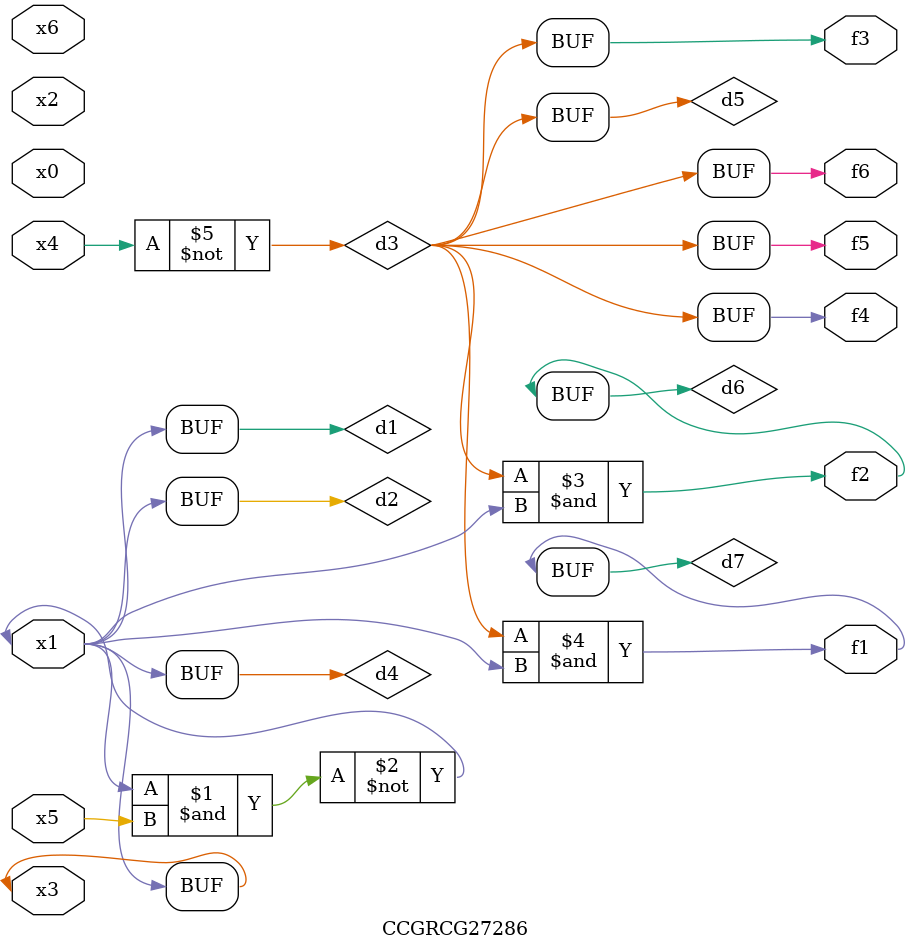
<source format=v>
module CCGRCG27286(
	input x0, x1, x2, x3, x4, x5, x6,
	output f1, f2, f3, f4, f5, f6
);

	wire d1, d2, d3, d4, d5, d6, d7;

	buf (d1, x1, x3);
	nand (d2, x1, x5);
	not (d3, x4);
	buf (d4, d1, d2);
	buf (d5, d3);
	and (d6, d3, d4);
	and (d7, d3, d4);
	assign f1 = d7;
	assign f2 = d6;
	assign f3 = d5;
	assign f4 = d5;
	assign f5 = d5;
	assign f6 = d5;
endmodule

</source>
